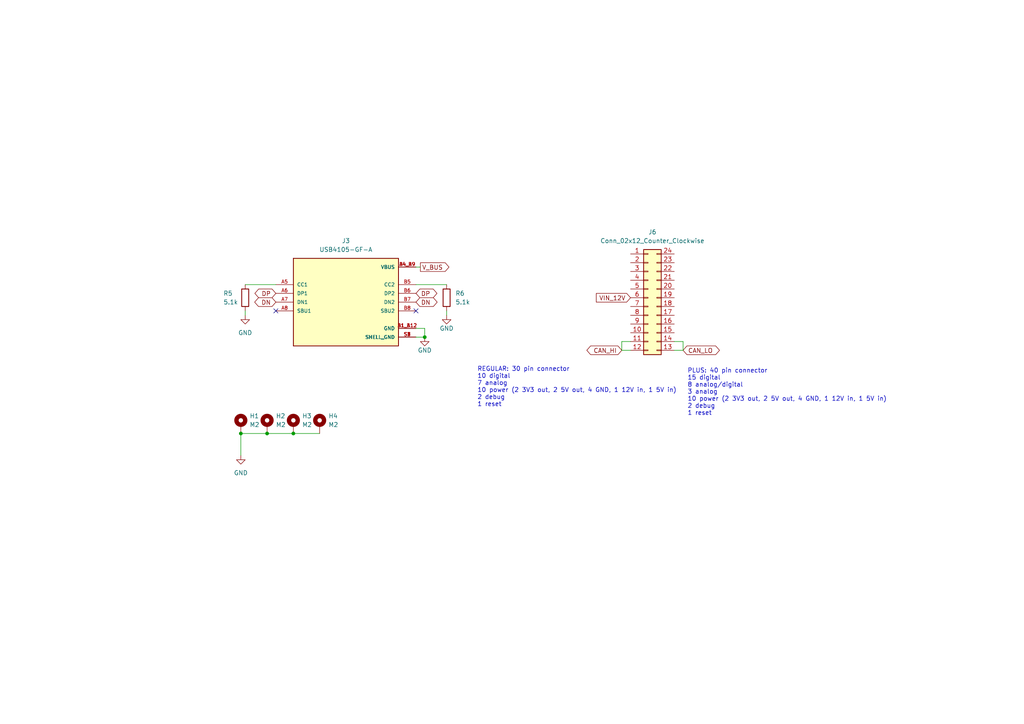
<source format=kicad_sch>
(kicad_sch (version 20211123) (generator eeschema)
  (paper "A4")
  (lib_symbols
    (symbol "Connector_Generic:Conn_02x12_Counter_Clockwise" (pin_names (offset 1.016) hide)
      (property "Reference" "J" (at 1.27 15.24 0))
      (property "Value" "Conn_02x12_Counter_Clockwise" (at 1.27 -17.78 0))
      (symbol "Conn_02x12_Counter_Clockwise_1_1"
        (rectangle (start -1.27 -15.113) (end 0 -15.367) (stroke (width 0.1524)))
        (rectangle (start -1.27 -12.573) (end 0 -12.827) (stroke (width 0.1524)))
        (rectangle (start -1.27 -10.033) (end 0 -10.287) (stroke (width 0.1524)))
        (rectangle (start -1.27 -7.493) (end 0 -7.747) (stroke (width 0.1524)))
        (rectangle (start -1.27 -4.953) (end 0 -5.207) (stroke (width 0.1524)))
        (rectangle (start -1.27 -2.413) (end 0 -2.667) (stroke (width 0.1524)))
        (rectangle (start -1.27 0.127) (end 0 -0.127) (stroke (width 0.1524)))
        (rectangle (start -1.27 2.667) (end 0 2.413) (stroke (width 0.1524)))
        (rectangle (start -1.27 5.207) (end 0 4.953) (stroke (width 0.1524)))
        (rectangle (start -1.27 7.747) (end 0 7.493) (stroke (width 0.1524)))
        (rectangle (start -1.27 10.287) (end 0 10.033) (stroke (width 0.1524)))
        (rectangle (start -1.27 12.827) (end 0 12.573) (stroke (width 0.1524)))
        (rectangle (start -1.27 13.97) (end 3.81 -16.51) (stroke (width 0.254)) (fill (type background)))
        (rectangle (start 3.81 -15.113) (end 2.54 -15.367) (stroke (width 0.1524)))
        (rectangle (start 3.81 -12.573) (end 2.54 -12.827) (stroke (width 0.1524)))
        (rectangle (start 3.81 -10.033) (end 2.54 -10.287) (stroke (width 0.1524)))
        (rectangle (start 3.81 -7.493) (end 2.54 -7.747) (stroke (width 0.1524)))
        (rectangle (start 3.81 -4.953) (end 2.54 -5.207) (stroke (width 0.1524)))
        (rectangle (start 3.81 -2.413) (end 2.54 -2.667) (stroke (width 0.1524)))
        (rectangle (start 3.81 0.127) (end 2.54 -0.127) (stroke (width 0.1524)))
        (rectangle (start 3.81 2.667) (end 2.54 2.413) (stroke (width 0.1524)))
        (rectangle (start 3.81 5.207) (end 2.54 4.953) (stroke (width 0.1524)))
        (rectangle (start 3.81 7.747) (end 2.54 7.493) (stroke (width 0.1524)))
        (rectangle (start 3.81 10.287) (end 2.54 10.033) (stroke (width 0.1524)))
        (rectangle (start 3.81 12.827) (end 2.54 12.573) (stroke (width 0.1524)))
        (pin passive line (at -5.08 12.7 0) (length 3.81) (name "Pin_1") (number "1"))
        (pin passive line (at -5.08 -10.16 0) (length 3.81) (name "Pin_10") (number "10"))
        (pin passive line (at -5.08 -12.7 0) (length 3.81) (name "Pin_11") (number "11"))
        (pin passive line (at -5.08 -15.24 0) (length 3.81) (name "Pin_12") (number "12"))
        (pin passive line (at 7.62 -15.24 180) (length 3.81) (name "Pin_13") (number "13"))
        (pin passive line (at 7.62 -12.7 180) (length 3.81) (name "Pin_14") (number "14"))
        (pin passive line (at 7.62 -10.16 180) (length 3.81) (name "Pin_15") (number "15"))
        (pin passive line (at 7.62 -7.62 180) (length 3.81) (name "Pin_16") (number "16"))
        (pin passive line (at 7.62 -5.08 180) (length 3.81) (name "Pin_17") (number "17"))
        (pin passive line (at 7.62 -2.54 180) (length 3.81) (name "Pin_18") (number "18"))
        (pin passive line (at 7.62 0 180) (length 3.81) (name "Pin_19") (number "19"))
        (pin passive line (at -5.08 10.16 0) (length 3.81) (name "Pin_2") (number "2"))
        (pin passive line (at 7.62 2.54 180) (length 3.81) (name "Pin_20") (number "20"))
        (pin passive line (at 7.62 5.08 180) (length 3.81) (name "Pin_21") (number "21"))
        (pin passive line (at 7.62 7.62 180) (length 3.81) (name "Pin_22") (number "22"))
        (pin passive line (at 7.62 10.16 180) (length 3.81) (name "Pin_23") (number "23"))
        (pin passive line (at 7.62 12.7 180) (length 3.81) (name "Pin_24") (number "24"))
        (pin passive line (at -5.08 7.62 0) (length 3.81) (name "Pin_3") (number "3"))
        (pin passive line (at -5.08 5.08 0) (length 3.81) (name "Pin_4") (number "4"))
        (pin passive line (at -5.08 2.54 0) (length 3.81) (name "Pin_5") (number "5"))
        (pin passive line (at -5.08 0 0) (length 3.81) (name "Pin_6") (number "6"))
        (pin passive line (at -5.08 -2.54 0) (length 3.81) (name "Pin_7") (number "7"))
        (pin passive line (at -5.08 -5.08 0) (length 3.81) (name "Pin_8") (number "8"))
        (pin passive line (at -5.08 -7.62 0) (length 3.81) (name "Pin_9") (number "9"))
      )
    )
    (symbol "Device:R" (pin_numbers hide) (pin_names (offset 0))
      (property "Reference" "R" (at 2.032 0 90))
      (property "Value" "R" (at 0 0 90))
      (symbol "R_0_1"
        (rectangle (start -1.016 -2.54) (end 1.016 2.54) (stroke (width 0.254)))
      )
      (symbol "R_1_1"
        (pin passive line (at 0 3.81 270) (length 1.27) (name "~") (number "1"))
        (pin passive line (at 0 -3.81 90) (length 1.27) (name "~") (number "2"))
      )
    )
    (symbol "Mechanical:MountingHole_Pad" (pin_numbers hide) (pin_names (offset 1.016) hide)
      (property "Reference" "H" (at 0 6.35 0))
      (property "Value" "MountingHole_Pad" (at 0 4.445 0))
      (symbol "MountingHole_Pad_0_1"
        (circle (center 0 1.27) (radius 1.27) (stroke (width 1.27)))
      )
      (symbol "MountingHole_Pad_1_1"
        (pin input line (at 0 -2.54 90) (length 2.54) (name "1") (number "1"))
      )
    )
    (symbol "personal:USB4105-GF-A" (pin_names (offset 1.016))
      (property "Reference" "J" (at -15.24 13.97 0))
      (property "Value" "USB4105-GF-A" (at -15.24 -15.24 0))
      (symbol "USB4105-GF-A_0_0"
        (rectangle (start -15.24 -12.7) (end 15.24 12.7) (stroke (width 0.254)) (fill (type background)))
        (pin power_in line (at 20.32 -7.62 180) (length 5.08) (name "GND") (number "A1_B12"))
        (pin power_in line (at 20.32 10.16 180) (length 5.08) (name "VBUS") (number "A4_B9"))
        (pin bidirectional line (at -20.32 5.08 0) (length 5.08) (name "CC1") (number "A5"))
        (pin bidirectional line (at -20.32 2.54 0) (length 5.08) (name "DP1") (number "A6"))
        (pin bidirectional line (at -20.32 0 0) (length 5.08) (name "DN1") (number "A7"))
        (pin bidirectional line (at -20.32 -2.54 0) (length 5.08) (name "SBU1") (number "A8"))
        (pin power_in line (at 20.32 -7.62 180) (length 5.08) (name "GND") (number "B1_A12"))
        (pin power_in line (at 20.32 10.16 180) (length 5.08) (name "VBUS") (number "B4_A9"))
        (pin bidirectional line (at 20.32 5.08 180) (length 5.08) (name "CC2") (number "B5"))
        (pin bidirectional line (at 20.32 2.54 180) (length 5.08) (name "DP2") (number "B6"))
        (pin bidirectional line (at 20.32 0 180) (length 5.08) (name "DN2") (number "B7"))
        (pin bidirectional line (at 20.32 -2.54 180) (length 5.08) (name "SBU2") (number "B8"))
        (pin power_in line (at 20.32 -10.16 180) (length 5.08) (name "SHELL_GND") (number "S1"))
        (pin power_in line (at 20.32 -10.16 180) (length 5.08) (name "SHELL_GND") (number "S2"))
        (pin power_in line (at 20.32 -10.16 180) (length 5.08) (name "SHELL_GND") (number "S3"))
        (pin power_in line (at 20.32 -10.16 180) (length 5.08) (name "SHELL_GND") (number "S4"))
      )
    )
    (symbol "power:GND" (power) (pin_names (offset 0))
      (property "Value" "GND" (at 0 -3.81 0))
      (symbol "GND_0_1"
        (polyline (pts (xy 0 0) (xy 0 -1.27) (xy 1.27 -1.27) (xy 0 -2.54) (xy -1.27 -1.27) (xy 0 -1.27)))
      )
      (symbol "GND_1_1"
        (pin power_in line (at 0 0 270) (length 0) hide (name "GND") (number "1"))
      )
    )
  )
  (junction (at 77.47 125.73))
  (junction (at 85.09 125.73))
  (junction (at 69.85 125.73))
  (junction (at 123.19 97.79))
  (no_connect (at 120.65 90.17))
  (no_connect (at 80.01 90.17))
  (wire (pts (xy 71.12 82.55) (xy 80.01 82.55)))
  (wire (pts (xy 120.65 82.55) (xy 129.54 82.55)))
  (wire (pts (xy 121.92 77.47) (xy 120.65 77.47)))
  (wire (pts (xy 123.19 95.25) (xy 123.19 97.79)))
  (wire (pts (xy 180.34 101.6) (xy 182.88 101.6)))
  (wire (pts (xy 129.54 91.44) (xy 129.54 90.17)))
  (wire (pts (xy 198.12 101.6) (xy 195.58 101.6)))
  (wire (pts (xy 180.34 99.06) (xy 182.88 99.06)))
  (wire (pts (xy 198.12 99.06) (xy 195.58 99.06)))
  (wire (pts (xy 71.12 90.17) (xy 71.12 91.44)))
  (wire (pts (xy 85.09 125.73) (xy 92.71 125.73)))
  (wire (pts (xy 120.65 97.79) (xy 123.19 97.79)))
  (wire (pts (xy 77.47 125.73) (xy 85.09 125.73)))
  (wire (pts (xy 69.85 125.73) (xy 77.47 125.73)))
  (wire (pts (xy 198.12 101.6) (xy 198.12 99.06)))
  (wire (pts (xy 180.34 101.6) (xy 180.34 99.06)))
  (wire (pts (xy 69.85 125.73) (xy 69.85 132.08)))
  (wire (pts (xy 120.65 95.25) (xy 123.19 95.25)))
  (text "REGULAR: 30 pin connector \n10 digital\n7 analog\n10 power (2 3V3 out, 2 5V out, 4 GND, 1 12V in, 1 5V in)\n2 debug\n1 reset" (at 138.43 118.11 0) (effects (font (size 1.27 1.27)) (justify left bottom)))
  (text "PLUS: 40 pin connector \n15 digital\n8 analog/digital\n3 analog\n10 power (2 3V3 out, 2 5V out, 4 GND, 1 12V in, 1 5V in)\n2 debug\n1 reset" (at 199.39 120.65 0) (effects (font (size 1.27 1.27)) (justify left bottom)))
  (global_label "VIN_12V" (shape input) (at 182.88 86.36 180) (property "Intersheet References" "${INTERSHEET_REFS}" (effects hide)))
  (global_label "DP" (shape bidirectional) (at 120.65 85.09 0) (property "Intersheet References" "${INTERSHEET_REFS}" (effects hide)))
  (global_label "DN" (shape bidirectional) (at 120.65 87.63 0) (property "Intersheet References" "${INTERSHEET_REFS}" (effects hide)))
  (global_label "CAN_HI" (shape bidirectional) (at 180.34 101.6 180) (property "Intersheet References" "${INTERSHEET_REFS}" (effects hide)))
  (global_label "V_BUS" (shape output) (at 121.92 77.47 0) (property "Intersheet References" "${INTERSHEET_REFS}" (effects hide)))
  (global_label "DP" (shape bidirectional) (at 80.01 85.09 180) (property "Intersheet References" "${INTERSHEET_REFS}" (effects hide)))
  (global_label "DN" (shape bidirectional) (at 80.01 87.63 180) (property "Intersheet References" "${INTERSHEET_REFS}" (effects hide)))
  (global_label "CAN_LO" (shape bidirectional) (at 198.12 101.6 0) (property "Intersheet References" "${INTERSHEET_REFS}" (effects hide)))
  (symbol (lib_id "Mechanical:MountingHole_Pad") (at 92.71 123.19 0) (unit 1)
    (property "Reference" "H4" (at 95.25 120.6499 0) (effects (justify left)))
    (property "Value" "M2" (at 95.25 123.1899 0) (effects (justify left)))
    (property "Footprint" "MountingHole:MountingHole_2.2mm_M2_Pad_TopBottom" (effects hide))
  )
  (symbol (lib_id "power:GND") (at 71.12 91.44 0) (unit 1)
    (property "Reference" "#PWR015" (effects hide))
    (property "Value" "GND" (at 71.12 96.52 0))
  )
  (symbol (lib_id "Device:R") (at 129.54 86.36 180) (unit 1)
    (property "Reference" "R6" (at 132.08 85.0899 0) (effects (justify right)))
    (property "Value" "5.1k" (at 132.08 87.63 0) (effects (justify right)))
    (property "Footprint" "personal:R_0201_0603Metric" (effects hide))
  )
  (symbol (lib_id "power:GND") (at 123.19 97.79 0) (unit 1)
    (property "Reference" "#PWR017" (effects hide))
    (property "Value" "GND" (at 123.19 101.6 0))
  )
  (symbol (lib_id "Device:R") (at 71.12 86.36 0) (unit 1)
    (property "Reference" "R5" (at 64.77 85.09 0) (effects (justify left)))
    (property "Value" "5.1k" (at 64.77 87.63 0) (effects (justify left)))
    (property "Footprint" "personal:R_0201_0603Metric" (effects hide))
  )
  (symbol (lib_id "power:GND") (at 69.85 132.08 0) (unit 1)
    (property "Reference" "#PWR018" (effects hide))
    (property "Value" "GND" (at 69.85 137.16 0))
  )
  (symbol (lib_id "Mechanical:MountingHole_Pad") (at 69.85 123.19 0) (unit 1)
    (property "Reference" "H1" (at 72.39 120.6499 0) (effects (justify left)))
    (property "Value" "M2" (at 72.39 123.1899 0) (effects (justify left)))
    (property "Footprint" "MountingHole:MountingHole_2.2mm_M2_Pad_TopBottom" (effects hide))
  )
  (symbol (lib_id "Mechanical:MountingHole_Pad") (at 85.09 123.19 0) (unit 1)
    (property "Reference" "H3" (at 87.63 120.6499 0) (effects (justify left)))
    (property "Value" "M2" (at 87.63 123.1899 0) (effects (justify left)))
    (property "Footprint" "MountingHole:MountingHole_2.2mm_M2_Pad_TopBottom" (effects hide))
  )
  (symbol (lib_id "power:GND") (at 129.54 91.44 0) (unit 1)
    (property "Reference" "#PWR016" (effects hide))
    (property "Value" "GND" (at 129.54 95.25 0))
  )
  (symbol (lib_id "Connector_Generic:Conn_02x12_Counter_Clockwise") (at 187.96 86.36 0) (unit 1)
    (property "Reference" "J6" (at 189.23 67.31 0))
    (property "Value" "Conn_02x12_Counter_Clockwise" (at 189.23 69.85 0))
    (property "Footprint" "Connector_JST:JST_PHD_B24B-PHDSS_2x12_P2.00mm_Vertical" (effects hide))
  )
  (symbol (lib_id "personal:USB4105-GF-A") (at 100.33 87.63 0) (unit 1)
    (property "Reference" "J3" (at 100.33 69.85 0))
    (property "Value" "USB4105-GF-A" (at 100.33 72.39 0))
    (property "Footprint" "personal:GCT_USB4105-GF-A" (effects hide))
    (property "Datasheet" "https://gct.co/files/drawings/usb4105.pdf" (effects hide))
    (property "MAXIMUM_PACKAGE_HEIGHT" "3.31 mm" (effects hide))
    (property "MANUFACTURER" "GCT" (effects hide))
    (property "PARTREV" "A3" (effects hide))
    (property "STANDARD" "Manufacturer Recommendations" (effects hide))
  )
  (symbol (lib_id "Mechanical:MountingHole_Pad") (at 77.47 123.19 0) (unit 1)
    (property "Reference" "H2" (at 80.01 120.6499 0) (effects (justify left)))
    (property "Value" "M2" (at 80.01 123.1899 0) (effects (justify left)))
    (property "Footprint" "MountingHole:MountingHole_2.2mm_M2_Pad_TopBottom" (effects hide))
  )
)
</source>
